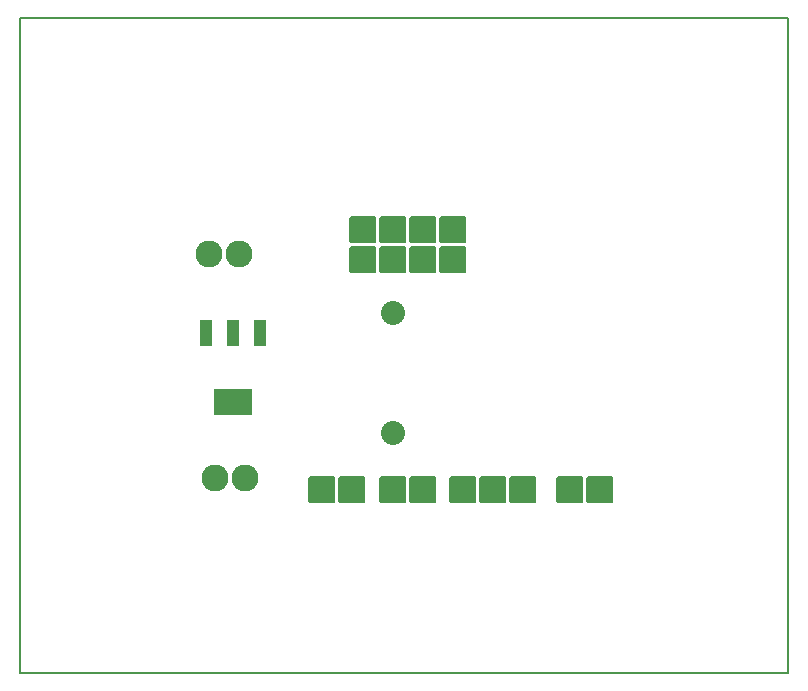
<source format=gbr>
G04 PROTEUS GERBER X2 FILE*
%TF.GenerationSoftware,Labcenter,Proteus,8.6-SP2-Build23525*%
%TF.CreationDate,2023-02-23T10:19:36+00:00*%
%TF.FileFunction,Soldermask,Bot*%
%TF.FilePolarity,Negative*%
%TF.Part,Single*%
%FSLAX45Y45*%
%MOMM*%
G01*
%TA.AperFunction,Material*%
%ADD70C,2.286000*%
%AMPPAD011*
4,1,36,
-1.016000,1.143000,
1.016000,1.143000,
1.041970,1.140470,
1.065980,1.133200,
1.087580,1.121650,
1.106290,1.106290,
1.121650,1.087570,
1.133200,1.065980,
1.140470,1.041970,
1.143000,1.016000,
1.143000,-1.016000,
1.140470,-1.041970,
1.133200,-1.065980,
1.121650,-1.087570,
1.106290,-1.106290,
1.087580,-1.121650,
1.065980,-1.133200,
1.041970,-1.140470,
1.016000,-1.143000,
-1.016000,-1.143000,
-1.041970,-1.140470,
-1.065980,-1.133200,
-1.087580,-1.121650,
-1.106290,-1.106290,
-1.121650,-1.087570,
-1.133200,-1.065980,
-1.140470,-1.041970,
-1.143000,-1.016000,
-1.143000,1.016000,
-1.140470,1.041970,
-1.133200,1.065980,
-1.121650,1.087570,
-1.106290,1.106290,
-1.087580,1.121650,
-1.065980,1.133200,
-1.041970,1.140470,
-1.016000,1.143000,
0*%
%ADD71PPAD011*%
%AMPPAD012*
4,1,4,
0.469900,1.079500,
-0.469900,1.079500,
-0.469900,-1.079500,
0.469900,-1.079500,
0.469900,1.079500,
0*%
%TA.AperFunction,Material*%
%ADD20PPAD012*%
%AMPPAD013*
4,1,4,
-1.625600,1.079500,
-1.625600,-1.079500,
1.625600,-1.079500,
1.625600,1.079500,
-1.625600,1.079500,
0*%
%ADD21PPAD013*%
%TA.AperFunction,Material*%
%ADD22C,2.032000*%
%TA.AperFunction,Profile*%
%ADD16C,0.203200*%
%TD.AperFunction*%
D70*
X+1450000Y+2700000D03*
X+1196000Y+2700000D03*
X+1246000Y+800000D03*
X+1500000Y+800000D03*
D71*
X+2750000Y+700000D03*
X+3004000Y+700000D03*
X+3346000Y+700000D03*
X+3600000Y+700000D03*
X+3854000Y+700000D03*
X+4504000Y+700000D03*
X+4250000Y+700000D03*
X+3258000Y+2904000D03*
X+3004000Y+2904000D03*
X+2750000Y+2904000D03*
X+2496000Y+2904000D03*
X+2496000Y+2650000D03*
X+2750000Y+2650000D03*
X+3004000Y+2650000D03*
X+3258000Y+2650000D03*
X+2150000Y+700000D03*
X+2404000Y+700000D03*
D20*
X+1170000Y+2030000D03*
X+1400000Y+2030000D03*
X+1630000Y+2030000D03*
D21*
X+1400000Y+1450000D03*
D22*
X+2750000Y+2200000D03*
X+2750000Y+1184000D03*
D16*
X-400000Y-850000D02*
X+6100000Y-850000D01*
X+6100000Y+4700000D01*
X-400000Y+4700000D01*
X-400000Y-850000D01*
M02*

</source>
